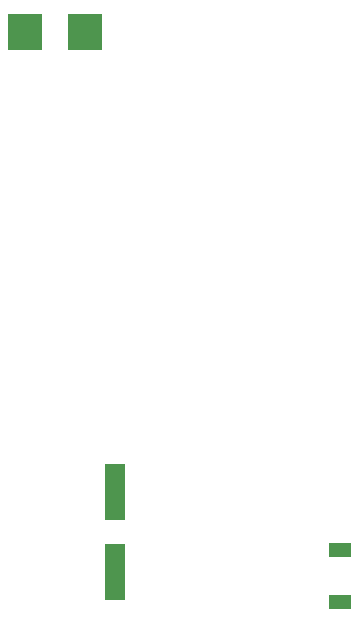
<source format=gbr>
G04 DipTrace 3.0.0.2*
G04 BottomPaste.gbr*
%MOIN*%
G04 #@! TF.FileFunction,Paste,Bot*
G04 #@! TF.Part,Single*
%ADD60R,0.112X0.119*%
%ADD62R,0.074677X0.047118*%
%ADD66R,0.07074X0.18885*%
%FSLAX26Y26*%
G04*
G70*
G90*
G75*
G01*
G04 BotPaste*
%LPD*%
D66*
X1494000Y2394000D3*
Y2661717D3*
D62*
X2244000Y2294000D3*
Y2467228D3*
D60*
X1394000Y4194000D3*
X1194000D3*
M02*

</source>
